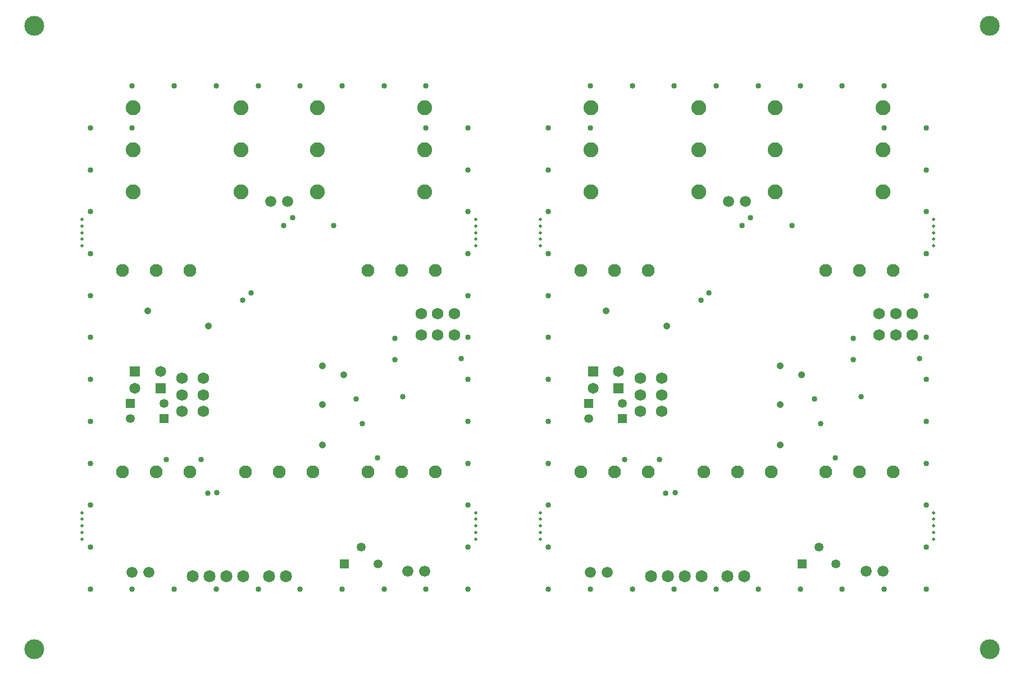
<source format=gbs>
G04*
G04 #@! TF.GenerationSoftware,Altium Limited,Altium Designer,19.1.6 (110)*
G04*
G04 Layer_Color=16711935*
%FSLAX25Y25*%
%MOIN*%
G70*
G01*
G75*
%ADD10C,0.11811*%
%ADD31C,0.01968*%
%ADD72C,0.06890*%
%ADD73C,0.06591*%
%ADD74R,0.05315X0.05315*%
%ADD75C,0.05315*%
%ADD76C,0.07191*%
%ADD77C,0.07678*%
%ADD78C,0.06497*%
%ADD79R,0.06497X0.06497*%
%ADD80C,0.08859*%
%ADD81C,0.03347*%
%ADD82C,0.04091*%
D10*
X11811Y11811D02*
D03*
X578740D02*
D03*
Y381890D02*
D03*
X11811Y381890D02*
D03*
D31*
X312205Y267027D02*
D03*
Y263090D02*
D03*
Y259153D02*
D03*
Y251279D02*
D03*
Y255216D02*
D03*
X312106Y81004D02*
D03*
Y77067D02*
D03*
Y84941D02*
D03*
Y88878D02*
D03*
Y92815D02*
D03*
X545571Y255216D02*
D03*
Y251279D02*
D03*
Y259153D02*
D03*
Y263090D02*
D03*
Y267027D02*
D03*
X545571Y81004D02*
D03*
Y77067D02*
D03*
Y84941D02*
D03*
Y88878D02*
D03*
Y92815D02*
D03*
X273622Y92815D02*
D03*
Y88878D02*
D03*
Y84941D02*
D03*
Y77067D02*
D03*
Y81004D02*
D03*
X273622Y267028D02*
D03*
Y263091D02*
D03*
Y259154D02*
D03*
Y251279D02*
D03*
Y255216D02*
D03*
X40157Y92815D02*
D03*
Y88878D02*
D03*
Y84941D02*
D03*
Y77067D02*
D03*
Y81004D02*
D03*
X40256Y255216D02*
D03*
Y251279D02*
D03*
Y259154D02*
D03*
Y263091D02*
D03*
Y267028D02*
D03*
D72*
X99557Y162793D02*
D03*
Y152950D02*
D03*
Y172635D02*
D03*
X112155D02*
D03*
Y152950D02*
D03*
Y162793D02*
D03*
X251132Y211059D02*
D03*
X241289D02*
D03*
X260974D02*
D03*
Y198461D02*
D03*
X241289D02*
D03*
X251132D02*
D03*
X371427Y162793D02*
D03*
Y152950D02*
D03*
Y172635D02*
D03*
X384025D02*
D03*
Y152950D02*
D03*
Y162793D02*
D03*
X523002Y211059D02*
D03*
X513159D02*
D03*
X532844D02*
D03*
Y198461D02*
D03*
X513159D02*
D03*
X523002D02*
D03*
D73*
X151939Y277594D02*
D03*
X161939D02*
D03*
X233495Y58065D02*
D03*
X243495D02*
D03*
X69898Y57418D02*
D03*
X79898D02*
D03*
X423809Y277594D02*
D03*
X433809D02*
D03*
X505365Y58065D02*
D03*
X515365D02*
D03*
X341769Y57418D02*
D03*
X351768D02*
D03*
D74*
X195698Y62462D02*
D03*
X88887Y148620D02*
D03*
X68887Y157773D02*
D03*
X467568Y62462D02*
D03*
X360757Y148620D02*
D03*
X340757Y157773D02*
D03*
D75*
X205698Y72462D02*
D03*
X215698Y62462D02*
D03*
X68887Y148620D02*
D03*
X88887Y157773D02*
D03*
X477568Y72462D02*
D03*
X487569Y62462D02*
D03*
X340757Y148620D02*
D03*
X360757Y157773D02*
D03*
D76*
X135876Y55154D02*
D03*
X125876D02*
D03*
X105876D02*
D03*
X115876D02*
D03*
X151252D02*
D03*
X161252D02*
D03*
X407746D02*
D03*
X397746D02*
D03*
X377746D02*
D03*
X387746D02*
D03*
X423122D02*
D03*
X433122D02*
D03*
D77*
X249698Y236662D02*
D03*
X229698D02*
D03*
X209698D02*
D03*
X177198Y117161D02*
D03*
X157198D02*
D03*
X137198D02*
D03*
X104198Y236662D02*
D03*
X84198D02*
D03*
X64198D02*
D03*
X249698Y117161D02*
D03*
X229698D02*
D03*
X209698D02*
D03*
X104198D02*
D03*
X84198D02*
D03*
X64198D02*
D03*
X521568Y236662D02*
D03*
X501569D02*
D03*
X481568D02*
D03*
X449068Y117161D02*
D03*
X429069D02*
D03*
X409068D02*
D03*
X376068Y236662D02*
D03*
X356068D02*
D03*
X336069D02*
D03*
X521568Y117161D02*
D03*
X501569D02*
D03*
X481568D02*
D03*
X376068D02*
D03*
X356068D02*
D03*
X336069D02*
D03*
D78*
X71505Y166750D02*
D03*
X86663Y176750D02*
D03*
X343376Y166750D02*
D03*
X358533Y176750D02*
D03*
D79*
X71505D02*
D03*
X86663Y166750D02*
D03*
X343376Y176750D02*
D03*
X358533Y166750D02*
D03*
D80*
X179609Y308261D02*
D03*
X243507D02*
D03*
X179609Y333261D02*
D03*
X243507D02*
D03*
X179609Y283261D02*
D03*
X243507D02*
D03*
X70390Y308261D02*
D03*
X134288D02*
D03*
X70390Y333261D02*
D03*
X134288D02*
D03*
X70390Y283261D02*
D03*
X134288D02*
D03*
X451479Y308261D02*
D03*
X515378D02*
D03*
X451479Y333261D02*
D03*
X515378D02*
D03*
X451479Y283261D02*
D03*
X515378D02*
D03*
X342261Y308261D02*
D03*
X406158D02*
D03*
X342261Y333261D02*
D03*
X406158D02*
D03*
X342261Y283261D02*
D03*
X406158D02*
D03*
D81*
X189517Y263323D02*
D03*
X215305Y125473D02*
D03*
X206459Y145778D02*
D03*
X265107Y184485D02*
D03*
X269119Y271587D02*
D03*
X144611Y47472D02*
D03*
X45005Y246685D02*
D03*
X194414Y47472D02*
D03*
X45005Y122177D02*
D03*
X244217Y321390D02*
D03*
X269119Y221783D02*
D03*
X244217Y47472D02*
D03*
X45005Y147079D02*
D03*
X169513Y346291D02*
D03*
X45005Y321390D02*
D03*
Y47472D02*
D03*
X244217Y346291D02*
D03*
X269119Y147079D02*
D03*
X194414Y346291D02*
D03*
X119709D02*
D03*
Y47472D02*
D03*
X269119D02*
D03*
X45005Y97276D02*
D03*
Y72374D02*
D03*
Y296488D02*
D03*
X94808Y47472D02*
D03*
X269119Y246685D02*
D03*
Y122177D02*
D03*
X169513Y47472D02*
D03*
X45005Y221783D02*
D03*
X69906Y47472D02*
D03*
X144611Y346291D02*
D03*
X94808D02*
D03*
X69906D02*
D03*
X269119Y296488D02*
D03*
Y321390D02*
D03*
Y97276D02*
D03*
Y196882D02*
D03*
Y72374D02*
D03*
Y171980D02*
D03*
X219316Y47472D02*
D03*
X69906Y321390D02*
D03*
X45005Y271587D02*
D03*
Y171980D02*
D03*
X219316Y346291D02*
D03*
X45005Y196882D02*
D03*
X165052Y267867D02*
D03*
X140305Y223461D02*
D03*
X120067Y104624D02*
D03*
X114616Y104268D02*
D03*
X135584Y219032D02*
D03*
X90108Y124248D02*
D03*
X110922D02*
D03*
X202903Y160468D02*
D03*
X159891Y263221D02*
D03*
X225836Y183681D02*
D03*
Y196197D02*
D03*
X230462Y161650D02*
D03*
X461387Y263323D02*
D03*
X487175Y125473D02*
D03*
X478329Y145778D02*
D03*
X536977Y184485D02*
D03*
X540989Y271587D02*
D03*
X416481Y47472D02*
D03*
X316875Y246685D02*
D03*
X466284Y47472D02*
D03*
X316875Y122177D02*
D03*
X516087Y321390D02*
D03*
X540989Y221783D02*
D03*
X516087Y47472D02*
D03*
X316875Y147079D02*
D03*
X441383Y346291D02*
D03*
X316875Y321390D02*
D03*
Y47472D02*
D03*
X516087Y346291D02*
D03*
X540989Y147079D02*
D03*
X466284Y346291D02*
D03*
X391580D02*
D03*
Y47472D02*
D03*
X540989D02*
D03*
X316875Y97276D02*
D03*
Y72374D02*
D03*
Y296488D02*
D03*
X366678Y47472D02*
D03*
X540989Y246685D02*
D03*
Y122177D02*
D03*
X441383Y47472D02*
D03*
X316875Y221783D02*
D03*
X341776Y47472D02*
D03*
X416481Y346291D02*
D03*
X366678D02*
D03*
X341776D02*
D03*
X540989Y296488D02*
D03*
Y321390D02*
D03*
Y97276D02*
D03*
Y196882D02*
D03*
Y72374D02*
D03*
Y171980D02*
D03*
X491186Y47472D02*
D03*
X341776Y321390D02*
D03*
X316875Y271587D02*
D03*
Y171980D02*
D03*
X491186Y346291D02*
D03*
X316875Y196882D02*
D03*
X436922Y267867D02*
D03*
X412175Y223461D02*
D03*
X391937Y104624D02*
D03*
X386486Y104268D02*
D03*
X407454Y219032D02*
D03*
X361978Y124248D02*
D03*
X382792D02*
D03*
X474773Y160468D02*
D03*
X431761Y263221D02*
D03*
X497706Y183681D02*
D03*
Y196197D02*
D03*
X502332Y161650D02*
D03*
D82*
X79131Y212685D02*
D03*
X115108Y203776D02*
D03*
X182726Y133183D02*
D03*
Y156934D02*
D03*
Y180055D02*
D03*
X195324Y174664D02*
D03*
X351001Y212685D02*
D03*
X386978Y203776D02*
D03*
X454596Y133183D02*
D03*
Y156934D02*
D03*
Y180055D02*
D03*
X467195Y174664D02*
D03*
M02*

</source>
